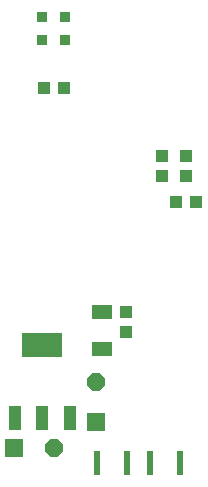
<source format=gtp>
%FSAX42Y42*%
%MOMM*%
G71*
G01*
G75*
G04 Layer_Color=8421504*
%ADD10R,1.10X1.00*%
%ADD11R,0.87X0.87*%
%ADD12R,1.00X1.10*%
%ADD13R,3.40X2.15*%
%ADD14R,1.05X2.15*%
%ADD15R,1.05X2.15*%
%ADD16R,1.70X1.25*%
%ADD17R,1.52X1.52*%
%ADD18P,1.65X8X202.5*%
%ADD19R,1.52X1.52*%
%ADD20P,1.65X8X292.5*%
%ADD21R,0.50X2.10*%
%ADD22C,0.25*%
%ADD23C,1.50*%
%ADD24R,1.50X1.50*%
%ADD25C,2.50*%
%ADD26C,1.52*%
%ADD27C,1.40*%
%ADD28P,1.52X8X112.5*%
%ADD29C,3.00*%
%ADD30C,1.65*%
%ADD31C,1.27*%
%ADD32O,0.80X0.28*%
%ADD33O,0.28X0.80*%
%ADD34R,7.65X7.65*%
%ADD35O,0.40X2.10*%
%ADD36R,0.80X0.35*%
%ADD37C,0.20*%
%ADD38C,0.25*%
%ADD39C,0.60*%
D10*
X004352Y005283D02*
D03*
X004182D02*
D03*
X003235Y006248D02*
D03*
X003065D02*
D03*
D11*
X003048Y006655D02*
D03*
Y006849D02*
D03*
X003242D02*
D03*
Y006655D02*
D03*
D12*
X003759Y004182D02*
D03*
Y004352D02*
D03*
X004064Y005503D02*
D03*
X004267D02*
D03*
Y005673D02*
D03*
X004064D02*
D03*
D13*
X003048Y004069D02*
D03*
D14*
X003048Y003449D02*
D03*
X003278D02*
D03*
D15*
X002818Y003449D02*
D03*
D16*
X003556Y004037D02*
D03*
Y004352D02*
D03*
D17*
X002807Y003200D02*
D03*
D18*
X003150Y003200D02*
D03*
D19*
X003505Y003416D02*
D03*
D20*
X003505Y003759D02*
D03*
D21*
X003511Y003070D02*
D03*
X003761D02*
D03*
X003961D02*
D03*
X004211D02*
D03*
M02*

</source>
